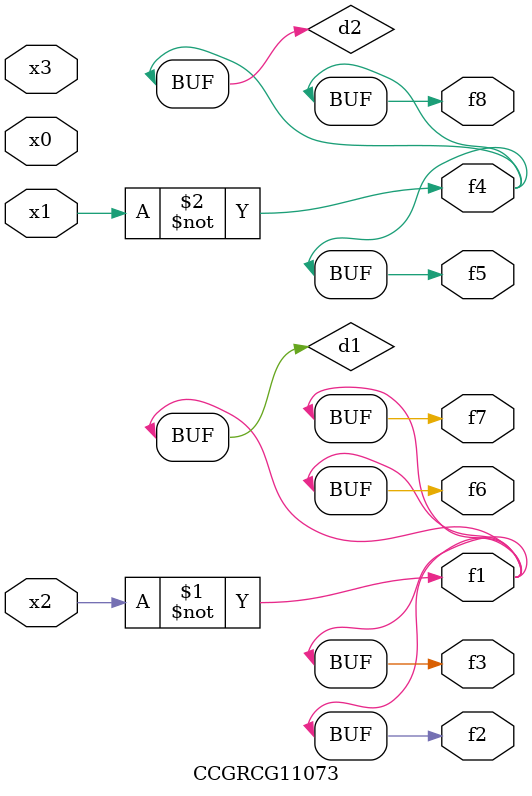
<source format=v>
module CCGRCG11073(
	input x0, x1, x2, x3,
	output f1, f2, f3, f4, f5, f6, f7, f8
);

	wire d1, d2;

	xnor (d1, x2);
	not (d2, x1);
	assign f1 = d1;
	assign f2 = d1;
	assign f3 = d1;
	assign f4 = d2;
	assign f5 = d2;
	assign f6 = d1;
	assign f7 = d1;
	assign f8 = d2;
endmodule

</source>
